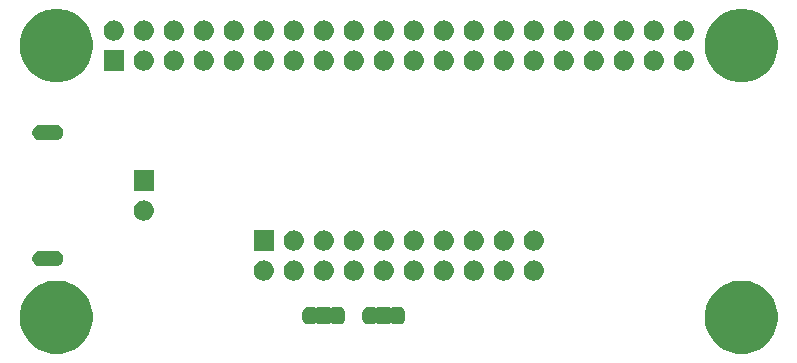
<source format=gbr>
G04 #@! TF.GenerationSoftware,KiCad,Pcbnew,5.0.2-bee76a0~70~ubuntu18.04.1*
G04 #@! TF.CreationDate,2019-03-24T23:52:30-04:00*
G04 #@! TF.ProjectId,rpi-rgb-led-matrix-zero,7270692d-7267-4622-9d6c-65642d6d6174,rev?*
G04 #@! TF.SameCoordinates,Original*
G04 #@! TF.FileFunction,Soldermask,Bot*
G04 #@! TF.FilePolarity,Negative*
%FSLAX46Y46*%
G04 Gerber Fmt 4.6, Leading zero omitted, Abs format (unit mm)*
G04 Created by KiCad (PCBNEW 5.0.2-bee76a0~70~ubuntu18.04.1) date Sun 24 Mar 2019 23:52:30 EDT*
%MOMM*%
%LPD*%
G01*
G04 APERTURE LIST*
%ADD10C,0.100000*%
G04 APERTURE END LIST*
D10*
G36*
X53834599Y-18709421D02*
X54034237Y-18749131D01*
X54598401Y-18982815D01*
X55106135Y-19322072D01*
X55537928Y-19753865D01*
X55877185Y-20261599D01*
X56110869Y-20825763D01*
X56114180Y-20842408D01*
X56230000Y-21424675D01*
X56230000Y-22035325D01*
X56174035Y-22316678D01*
X56110869Y-22634237D01*
X55877185Y-23198401D01*
X55537928Y-23706135D01*
X55106135Y-24137928D01*
X54598401Y-24477185D01*
X54034237Y-24710869D01*
X53834599Y-24750579D01*
X53435325Y-24830000D01*
X52824675Y-24830000D01*
X52425401Y-24750579D01*
X52225763Y-24710869D01*
X51661599Y-24477185D01*
X51153865Y-24137928D01*
X50722072Y-23706135D01*
X50382815Y-23198401D01*
X50149131Y-22634237D01*
X50085965Y-22316678D01*
X50030000Y-22035325D01*
X50030000Y-21424675D01*
X50145820Y-20842408D01*
X50149131Y-20825763D01*
X50382815Y-20261599D01*
X50722072Y-19753865D01*
X51153865Y-19322072D01*
X51661599Y-18982815D01*
X52225763Y-18749131D01*
X52425401Y-18709421D01*
X52824675Y-18630000D01*
X53435325Y-18630000D01*
X53834599Y-18709421D01*
X53834599Y-18709421D01*
G37*
G36*
X-4165401Y-18709421D02*
X-3965763Y-18749131D01*
X-3401599Y-18982815D01*
X-2893865Y-19322072D01*
X-2462072Y-19753865D01*
X-2122815Y-20261599D01*
X-1889131Y-20825763D01*
X-1885820Y-20842408D01*
X-1770000Y-21424675D01*
X-1770000Y-22035325D01*
X-1825965Y-22316678D01*
X-1889131Y-22634237D01*
X-2122815Y-23198401D01*
X-2462072Y-23706135D01*
X-2893865Y-24137928D01*
X-3401599Y-24477185D01*
X-3965763Y-24710869D01*
X-4165401Y-24750579D01*
X-4564675Y-24830000D01*
X-5175325Y-24830000D01*
X-5574599Y-24750579D01*
X-5774237Y-24710869D01*
X-6338401Y-24477185D01*
X-6846135Y-24137928D01*
X-7277928Y-23706135D01*
X-7617185Y-23198401D01*
X-7850869Y-22634237D01*
X-7914035Y-22316678D01*
X-7970000Y-22035325D01*
X-7970000Y-21424675D01*
X-7854180Y-20842408D01*
X-7850869Y-20825763D01*
X-7617185Y-20261599D01*
X-7277928Y-19753865D01*
X-6846135Y-19322072D01*
X-6338401Y-18982815D01*
X-5774237Y-18749131D01*
X-5574599Y-18709421D01*
X-5175325Y-18630000D01*
X-4564675Y-18630000D01*
X-4165401Y-18709421D01*
X-4165401Y-18709421D01*
G37*
G36*
X22109999Y-20839999D02*
X22109998Y-20839999D01*
X22110000Y-20840000D01*
X22110001Y-20840001D01*
X22110602Y-20846106D01*
X22115382Y-20870140D01*
X22124759Y-20892779D01*
X22138372Y-20913154D01*
X22155699Y-20930481D01*
X22176074Y-20944095D01*
X22198712Y-20953473D01*
X22222746Y-20958254D01*
X22247250Y-20958254D01*
X22271284Y-20953474D01*
X22293923Y-20944097D01*
X22314298Y-20930484D01*
X22331625Y-20913157D01*
X22345239Y-20892782D01*
X22354617Y-20870144D01*
X22359398Y-20846110D01*
X22359698Y-20840000D01*
X23360605Y-20840000D01*
X23362402Y-20858242D01*
X23369515Y-20881691D01*
X23381066Y-20903302D01*
X23396612Y-20922244D01*
X23415554Y-20937790D01*
X23437165Y-20949341D01*
X23460614Y-20956454D01*
X23485000Y-20958856D01*
X23509386Y-20956454D01*
X23532835Y-20949341D01*
X23554446Y-20937790D01*
X23573388Y-20922244D01*
X23588934Y-20903302D01*
X23600485Y-20881691D01*
X23607598Y-20858242D01*
X23609398Y-20846106D01*
X23609999Y-20840001D01*
X23610000Y-20840000D01*
X23610002Y-20839999D01*
X23610001Y-20839999D01*
X23616137Y-20839395D01*
X24153863Y-20839395D01*
X24172203Y-20841201D01*
X24184453Y-20841803D01*
X24202872Y-20841803D01*
X24215150Y-20843012D01*
X24299232Y-20859737D01*
X24311048Y-20863322D01*
X24390255Y-20896130D01*
X24401140Y-20901947D01*
X24472425Y-20949579D01*
X24481973Y-20957415D01*
X24542585Y-21018027D01*
X24550421Y-21027575D01*
X24598053Y-21098860D01*
X24603870Y-21109745D01*
X24636678Y-21188952D01*
X24640263Y-21200768D01*
X24656988Y-21284850D01*
X24658197Y-21297128D01*
X24658197Y-21315547D01*
X24658799Y-21327797D01*
X24660605Y-21346137D01*
X24660605Y-21833863D01*
X24658799Y-21852203D01*
X24658197Y-21864453D01*
X24658197Y-21882872D01*
X24656988Y-21895150D01*
X24640263Y-21979232D01*
X24636678Y-21991048D01*
X24603870Y-22070255D01*
X24598053Y-22081140D01*
X24550421Y-22152425D01*
X24542585Y-22161973D01*
X24481973Y-22222585D01*
X24472425Y-22230421D01*
X24401140Y-22278053D01*
X24390255Y-22283870D01*
X24311048Y-22316678D01*
X24299232Y-22320263D01*
X24215150Y-22336988D01*
X24202872Y-22338197D01*
X24184453Y-22338197D01*
X24172203Y-22338799D01*
X24153863Y-22340605D01*
X23616137Y-22340605D01*
X23610001Y-22340001D01*
X23609999Y-22339999D01*
X23609398Y-22333894D01*
X23604618Y-22309860D01*
X23595241Y-22287221D01*
X23581628Y-22266846D01*
X23564301Y-22249519D01*
X23543926Y-22235905D01*
X23521288Y-22226527D01*
X23497254Y-22221746D01*
X23472750Y-22221746D01*
X23448716Y-22226526D01*
X23426077Y-22235903D01*
X23405702Y-22249516D01*
X23388375Y-22266843D01*
X23374761Y-22287218D01*
X23365383Y-22309856D01*
X23360602Y-22333890D01*
X23360302Y-22340000D01*
X22359395Y-22340000D01*
X22357598Y-22321758D01*
X22350485Y-22298309D01*
X22338934Y-22276698D01*
X22323388Y-22257756D01*
X22304446Y-22242210D01*
X22282835Y-22230659D01*
X22259386Y-22223546D01*
X22235000Y-22221144D01*
X22210614Y-22223546D01*
X22187165Y-22230659D01*
X22165554Y-22242210D01*
X22146612Y-22257756D01*
X22131066Y-22276698D01*
X22119515Y-22298309D01*
X22112402Y-22321758D01*
X22110602Y-22333894D01*
X22110001Y-22339999D01*
X22109999Y-22340001D01*
X22103863Y-22340605D01*
X21566137Y-22340605D01*
X21547797Y-22338799D01*
X21535547Y-22338197D01*
X21517128Y-22338197D01*
X21504850Y-22336988D01*
X21420768Y-22320263D01*
X21408952Y-22316678D01*
X21329745Y-22283870D01*
X21318860Y-22278053D01*
X21247575Y-22230421D01*
X21238027Y-22222585D01*
X21177415Y-22161973D01*
X21169579Y-22152425D01*
X21121947Y-22081140D01*
X21116130Y-22070255D01*
X21083322Y-21991048D01*
X21079737Y-21979232D01*
X21063012Y-21895150D01*
X21061803Y-21882872D01*
X21061803Y-21864453D01*
X21061201Y-21852203D01*
X21059395Y-21833863D01*
X21059395Y-21346137D01*
X21061201Y-21327797D01*
X21061803Y-21315547D01*
X21061803Y-21297128D01*
X21063012Y-21284850D01*
X21079737Y-21200768D01*
X21083322Y-21188952D01*
X21116130Y-21109745D01*
X21121947Y-21098860D01*
X21169579Y-21027575D01*
X21177415Y-21018027D01*
X21238027Y-20957415D01*
X21247575Y-20949579D01*
X21318860Y-20901947D01*
X21329745Y-20896130D01*
X21408952Y-20863322D01*
X21420768Y-20859737D01*
X21504850Y-20843012D01*
X21517128Y-20841803D01*
X21535547Y-20841803D01*
X21547797Y-20841201D01*
X21566137Y-20839395D01*
X22103863Y-20839395D01*
X22109999Y-20839999D01*
X22109999Y-20839999D01*
G37*
G36*
X17029999Y-20839999D02*
X17029998Y-20839999D01*
X17030000Y-20840000D01*
X17030001Y-20840001D01*
X17030602Y-20846106D01*
X17035382Y-20870140D01*
X17044759Y-20892779D01*
X17058372Y-20913154D01*
X17075699Y-20930481D01*
X17096074Y-20944095D01*
X17118712Y-20953473D01*
X17142746Y-20958254D01*
X17167250Y-20958254D01*
X17191284Y-20953474D01*
X17213923Y-20944097D01*
X17234298Y-20930484D01*
X17251625Y-20913157D01*
X17265239Y-20892782D01*
X17274617Y-20870144D01*
X17279398Y-20846110D01*
X17279698Y-20840000D01*
X18280605Y-20840000D01*
X18282402Y-20858242D01*
X18289515Y-20881691D01*
X18301066Y-20903302D01*
X18316612Y-20922244D01*
X18335554Y-20937790D01*
X18357165Y-20949341D01*
X18380614Y-20956454D01*
X18405000Y-20958856D01*
X18429386Y-20956454D01*
X18452835Y-20949341D01*
X18474446Y-20937790D01*
X18493388Y-20922244D01*
X18508934Y-20903302D01*
X18520485Y-20881691D01*
X18527598Y-20858242D01*
X18529398Y-20846106D01*
X18529999Y-20840001D01*
X18530001Y-20839999D01*
X18536137Y-20839395D01*
X19073863Y-20839395D01*
X19092203Y-20841201D01*
X19104453Y-20841803D01*
X19122872Y-20841803D01*
X19135150Y-20843012D01*
X19219232Y-20859737D01*
X19231048Y-20863322D01*
X19310255Y-20896130D01*
X19321140Y-20901947D01*
X19392425Y-20949579D01*
X19401973Y-20957415D01*
X19462585Y-21018027D01*
X19470421Y-21027575D01*
X19518053Y-21098860D01*
X19523870Y-21109745D01*
X19556678Y-21188952D01*
X19560263Y-21200768D01*
X19576988Y-21284850D01*
X19578197Y-21297128D01*
X19578197Y-21315547D01*
X19578799Y-21327797D01*
X19580605Y-21346137D01*
X19580605Y-21833863D01*
X19578799Y-21852203D01*
X19578197Y-21864453D01*
X19578197Y-21882872D01*
X19576988Y-21895150D01*
X19560263Y-21979232D01*
X19556678Y-21991048D01*
X19523870Y-22070255D01*
X19518053Y-22081140D01*
X19470421Y-22152425D01*
X19462585Y-22161973D01*
X19401973Y-22222585D01*
X19392425Y-22230421D01*
X19321140Y-22278053D01*
X19310255Y-22283870D01*
X19231048Y-22316678D01*
X19219232Y-22320263D01*
X19135150Y-22336988D01*
X19122872Y-22338197D01*
X19104453Y-22338197D01*
X19092203Y-22338799D01*
X19073863Y-22340605D01*
X18536137Y-22340605D01*
X18530001Y-22340001D01*
X18529999Y-22339999D01*
X18529398Y-22333894D01*
X18524618Y-22309860D01*
X18515241Y-22287221D01*
X18501628Y-22266846D01*
X18484301Y-22249519D01*
X18463926Y-22235905D01*
X18441288Y-22226527D01*
X18417254Y-22221746D01*
X18392750Y-22221746D01*
X18368716Y-22226526D01*
X18346077Y-22235903D01*
X18325702Y-22249516D01*
X18308375Y-22266843D01*
X18294761Y-22287218D01*
X18285383Y-22309856D01*
X18280602Y-22333890D01*
X18280302Y-22340000D01*
X17279395Y-22340000D01*
X17277598Y-22321758D01*
X17270485Y-22298309D01*
X17258934Y-22276698D01*
X17243388Y-22257756D01*
X17224446Y-22242210D01*
X17202835Y-22230659D01*
X17179386Y-22223546D01*
X17155000Y-22221144D01*
X17130614Y-22223546D01*
X17107165Y-22230659D01*
X17085554Y-22242210D01*
X17066612Y-22257756D01*
X17051066Y-22276698D01*
X17039515Y-22298309D01*
X17032402Y-22321758D01*
X17030602Y-22333894D01*
X17030001Y-22339999D01*
X17029999Y-22340001D01*
X17023863Y-22340605D01*
X16486137Y-22340605D01*
X16467797Y-22338799D01*
X16455547Y-22338197D01*
X16437128Y-22338197D01*
X16424850Y-22336988D01*
X16340768Y-22320263D01*
X16328952Y-22316678D01*
X16249745Y-22283870D01*
X16238860Y-22278053D01*
X16167575Y-22230421D01*
X16158027Y-22222585D01*
X16097415Y-22161973D01*
X16089579Y-22152425D01*
X16041947Y-22081140D01*
X16036130Y-22070255D01*
X16003322Y-21991048D01*
X15999737Y-21979232D01*
X15983012Y-21895150D01*
X15981803Y-21882872D01*
X15981803Y-21864453D01*
X15981201Y-21852203D01*
X15979395Y-21833863D01*
X15979395Y-21346137D01*
X15981201Y-21327797D01*
X15981803Y-21315547D01*
X15981803Y-21297128D01*
X15983012Y-21284850D01*
X15999737Y-21200768D01*
X16003322Y-21188952D01*
X16036130Y-21109745D01*
X16041947Y-21098860D01*
X16089579Y-21027575D01*
X16097415Y-21018027D01*
X16158027Y-20957415D01*
X16167575Y-20949579D01*
X16238860Y-20901947D01*
X16249745Y-20896130D01*
X16328952Y-20863322D01*
X16340768Y-20859737D01*
X16424850Y-20843012D01*
X16437128Y-20841803D01*
X16455547Y-20841803D01*
X16467797Y-20841201D01*
X16486137Y-20839395D01*
X17023863Y-20839395D01*
X17029999Y-20839999D01*
X17029999Y-20839999D01*
G37*
G36*
X33186630Y-16942299D02*
X33346855Y-16990903D01*
X33494520Y-17069831D01*
X33623949Y-17176051D01*
X33730169Y-17305480D01*
X33809097Y-17453145D01*
X33857701Y-17613370D01*
X33874112Y-17780000D01*
X33857701Y-17946630D01*
X33809097Y-18106855D01*
X33730169Y-18254520D01*
X33623949Y-18383949D01*
X33494520Y-18490169D01*
X33346855Y-18569097D01*
X33186630Y-18617701D01*
X33061752Y-18630000D01*
X32978248Y-18630000D01*
X32853370Y-18617701D01*
X32693145Y-18569097D01*
X32545480Y-18490169D01*
X32416051Y-18383949D01*
X32309831Y-18254520D01*
X32230903Y-18106855D01*
X32182299Y-17946630D01*
X32165888Y-17780000D01*
X32182299Y-17613370D01*
X32230903Y-17453145D01*
X32309831Y-17305480D01*
X32416051Y-17176051D01*
X32545480Y-17069831D01*
X32693145Y-16990903D01*
X32853370Y-16942299D01*
X32978248Y-16930000D01*
X33061752Y-16930000D01*
X33186630Y-16942299D01*
X33186630Y-16942299D01*
G37*
G36*
X12866630Y-16942299D02*
X13026855Y-16990903D01*
X13174520Y-17069831D01*
X13303949Y-17176051D01*
X13410169Y-17305480D01*
X13489097Y-17453145D01*
X13537701Y-17613370D01*
X13554112Y-17780000D01*
X13537701Y-17946630D01*
X13489097Y-18106855D01*
X13410169Y-18254520D01*
X13303949Y-18383949D01*
X13174520Y-18490169D01*
X13026855Y-18569097D01*
X12866630Y-18617701D01*
X12741752Y-18630000D01*
X12658248Y-18630000D01*
X12533370Y-18617701D01*
X12373145Y-18569097D01*
X12225480Y-18490169D01*
X12096051Y-18383949D01*
X11989831Y-18254520D01*
X11910903Y-18106855D01*
X11862299Y-17946630D01*
X11845888Y-17780000D01*
X11862299Y-17613370D01*
X11910903Y-17453145D01*
X11989831Y-17305480D01*
X12096051Y-17176051D01*
X12225480Y-17069831D01*
X12373145Y-16990903D01*
X12533370Y-16942299D01*
X12658248Y-16930000D01*
X12741752Y-16930000D01*
X12866630Y-16942299D01*
X12866630Y-16942299D01*
G37*
G36*
X15406630Y-16942299D02*
X15566855Y-16990903D01*
X15714520Y-17069831D01*
X15843949Y-17176051D01*
X15950169Y-17305480D01*
X16029097Y-17453145D01*
X16077701Y-17613370D01*
X16094112Y-17780000D01*
X16077701Y-17946630D01*
X16029097Y-18106855D01*
X15950169Y-18254520D01*
X15843949Y-18383949D01*
X15714520Y-18490169D01*
X15566855Y-18569097D01*
X15406630Y-18617701D01*
X15281752Y-18630000D01*
X15198248Y-18630000D01*
X15073370Y-18617701D01*
X14913145Y-18569097D01*
X14765480Y-18490169D01*
X14636051Y-18383949D01*
X14529831Y-18254520D01*
X14450903Y-18106855D01*
X14402299Y-17946630D01*
X14385888Y-17780000D01*
X14402299Y-17613370D01*
X14450903Y-17453145D01*
X14529831Y-17305480D01*
X14636051Y-17176051D01*
X14765480Y-17069831D01*
X14913145Y-16990903D01*
X15073370Y-16942299D01*
X15198248Y-16930000D01*
X15281752Y-16930000D01*
X15406630Y-16942299D01*
X15406630Y-16942299D01*
G37*
G36*
X17946630Y-16942299D02*
X18106855Y-16990903D01*
X18254520Y-17069831D01*
X18383949Y-17176051D01*
X18490169Y-17305480D01*
X18569097Y-17453145D01*
X18617701Y-17613370D01*
X18634112Y-17780000D01*
X18617701Y-17946630D01*
X18569097Y-18106855D01*
X18490169Y-18254520D01*
X18383949Y-18383949D01*
X18254520Y-18490169D01*
X18106855Y-18569097D01*
X17946630Y-18617701D01*
X17821752Y-18630000D01*
X17738248Y-18630000D01*
X17613370Y-18617701D01*
X17453145Y-18569097D01*
X17305480Y-18490169D01*
X17176051Y-18383949D01*
X17069831Y-18254520D01*
X16990903Y-18106855D01*
X16942299Y-17946630D01*
X16925888Y-17780000D01*
X16942299Y-17613370D01*
X16990903Y-17453145D01*
X17069831Y-17305480D01*
X17176051Y-17176051D01*
X17305480Y-17069831D01*
X17453145Y-16990903D01*
X17613370Y-16942299D01*
X17738248Y-16930000D01*
X17821752Y-16930000D01*
X17946630Y-16942299D01*
X17946630Y-16942299D01*
G37*
G36*
X20486630Y-16942299D02*
X20646855Y-16990903D01*
X20794520Y-17069831D01*
X20923949Y-17176051D01*
X21030169Y-17305480D01*
X21109097Y-17453145D01*
X21157701Y-17613370D01*
X21174112Y-17780000D01*
X21157701Y-17946630D01*
X21109097Y-18106855D01*
X21030169Y-18254520D01*
X20923949Y-18383949D01*
X20794520Y-18490169D01*
X20646855Y-18569097D01*
X20486630Y-18617701D01*
X20361752Y-18630000D01*
X20278248Y-18630000D01*
X20153370Y-18617701D01*
X19993145Y-18569097D01*
X19845480Y-18490169D01*
X19716051Y-18383949D01*
X19609831Y-18254520D01*
X19530903Y-18106855D01*
X19482299Y-17946630D01*
X19465888Y-17780000D01*
X19482299Y-17613370D01*
X19530903Y-17453145D01*
X19609831Y-17305480D01*
X19716051Y-17176051D01*
X19845480Y-17069831D01*
X19993145Y-16990903D01*
X20153370Y-16942299D01*
X20278248Y-16930000D01*
X20361752Y-16930000D01*
X20486630Y-16942299D01*
X20486630Y-16942299D01*
G37*
G36*
X23026630Y-16942299D02*
X23186855Y-16990903D01*
X23334520Y-17069831D01*
X23463949Y-17176051D01*
X23570169Y-17305480D01*
X23649097Y-17453145D01*
X23697701Y-17613370D01*
X23714112Y-17780000D01*
X23697701Y-17946630D01*
X23649097Y-18106855D01*
X23570169Y-18254520D01*
X23463949Y-18383949D01*
X23334520Y-18490169D01*
X23186855Y-18569097D01*
X23026630Y-18617701D01*
X22901752Y-18630000D01*
X22818248Y-18630000D01*
X22693370Y-18617701D01*
X22533145Y-18569097D01*
X22385480Y-18490169D01*
X22256051Y-18383949D01*
X22149831Y-18254520D01*
X22070903Y-18106855D01*
X22022299Y-17946630D01*
X22005888Y-17780000D01*
X22022299Y-17613370D01*
X22070903Y-17453145D01*
X22149831Y-17305480D01*
X22256051Y-17176051D01*
X22385480Y-17069831D01*
X22533145Y-16990903D01*
X22693370Y-16942299D01*
X22818248Y-16930000D01*
X22901752Y-16930000D01*
X23026630Y-16942299D01*
X23026630Y-16942299D01*
G37*
G36*
X25566630Y-16942299D02*
X25726855Y-16990903D01*
X25874520Y-17069831D01*
X26003949Y-17176051D01*
X26110169Y-17305480D01*
X26189097Y-17453145D01*
X26237701Y-17613370D01*
X26254112Y-17780000D01*
X26237701Y-17946630D01*
X26189097Y-18106855D01*
X26110169Y-18254520D01*
X26003949Y-18383949D01*
X25874520Y-18490169D01*
X25726855Y-18569097D01*
X25566630Y-18617701D01*
X25441752Y-18630000D01*
X25358248Y-18630000D01*
X25233370Y-18617701D01*
X25073145Y-18569097D01*
X24925480Y-18490169D01*
X24796051Y-18383949D01*
X24689831Y-18254520D01*
X24610903Y-18106855D01*
X24562299Y-17946630D01*
X24545888Y-17780000D01*
X24562299Y-17613370D01*
X24610903Y-17453145D01*
X24689831Y-17305480D01*
X24796051Y-17176051D01*
X24925480Y-17069831D01*
X25073145Y-16990903D01*
X25233370Y-16942299D01*
X25358248Y-16930000D01*
X25441752Y-16930000D01*
X25566630Y-16942299D01*
X25566630Y-16942299D01*
G37*
G36*
X30646630Y-16942299D02*
X30806855Y-16990903D01*
X30954520Y-17069831D01*
X31083949Y-17176051D01*
X31190169Y-17305480D01*
X31269097Y-17453145D01*
X31317701Y-17613370D01*
X31334112Y-17780000D01*
X31317701Y-17946630D01*
X31269097Y-18106855D01*
X31190169Y-18254520D01*
X31083949Y-18383949D01*
X30954520Y-18490169D01*
X30806855Y-18569097D01*
X30646630Y-18617701D01*
X30521752Y-18630000D01*
X30438248Y-18630000D01*
X30313370Y-18617701D01*
X30153145Y-18569097D01*
X30005480Y-18490169D01*
X29876051Y-18383949D01*
X29769831Y-18254520D01*
X29690903Y-18106855D01*
X29642299Y-17946630D01*
X29625888Y-17780000D01*
X29642299Y-17613370D01*
X29690903Y-17453145D01*
X29769831Y-17305480D01*
X29876051Y-17176051D01*
X30005480Y-17069831D01*
X30153145Y-16990903D01*
X30313370Y-16942299D01*
X30438248Y-16930000D01*
X30521752Y-16930000D01*
X30646630Y-16942299D01*
X30646630Y-16942299D01*
G37*
G36*
X28106630Y-16942299D02*
X28266855Y-16990903D01*
X28414520Y-17069831D01*
X28543949Y-17176051D01*
X28650169Y-17305480D01*
X28729097Y-17453145D01*
X28777701Y-17613370D01*
X28794112Y-17780000D01*
X28777701Y-17946630D01*
X28729097Y-18106855D01*
X28650169Y-18254520D01*
X28543949Y-18383949D01*
X28414520Y-18490169D01*
X28266855Y-18569097D01*
X28106630Y-18617701D01*
X27981752Y-18630000D01*
X27898248Y-18630000D01*
X27773370Y-18617701D01*
X27613145Y-18569097D01*
X27465480Y-18490169D01*
X27336051Y-18383949D01*
X27229831Y-18254520D01*
X27150903Y-18106855D01*
X27102299Y-17946630D01*
X27085888Y-17780000D01*
X27102299Y-17613370D01*
X27150903Y-17453145D01*
X27229831Y-17305480D01*
X27336051Y-17176051D01*
X27465480Y-17069831D01*
X27613145Y-16990903D01*
X27773370Y-16942299D01*
X27898248Y-16930000D01*
X27981752Y-16930000D01*
X28106630Y-16942299D01*
X28106630Y-16942299D01*
G37*
G36*
X35726630Y-16942299D02*
X35886855Y-16990903D01*
X36034520Y-17069831D01*
X36163949Y-17176051D01*
X36270169Y-17305480D01*
X36349097Y-17453145D01*
X36397701Y-17613370D01*
X36414112Y-17780000D01*
X36397701Y-17946630D01*
X36349097Y-18106855D01*
X36270169Y-18254520D01*
X36163949Y-18383949D01*
X36034520Y-18490169D01*
X35886855Y-18569097D01*
X35726630Y-18617701D01*
X35601752Y-18630000D01*
X35518248Y-18630000D01*
X35393370Y-18617701D01*
X35233145Y-18569097D01*
X35085480Y-18490169D01*
X34956051Y-18383949D01*
X34849831Y-18254520D01*
X34770903Y-18106855D01*
X34722299Y-17946630D01*
X34705888Y-17780000D01*
X34722299Y-17613370D01*
X34770903Y-17453145D01*
X34849831Y-17305480D01*
X34956051Y-17176051D01*
X35085480Y-17069831D01*
X35233145Y-16990903D01*
X35393370Y-16942299D01*
X35518248Y-16930000D01*
X35601752Y-16930000D01*
X35726630Y-16942299D01*
X35726630Y-16942299D01*
G37*
G36*
X-4822514Y-16122229D02*
X-4810577Y-16123405D01*
X-4749315Y-16141989D01*
X-4688052Y-16160573D01*
X-4575132Y-16220930D01*
X-4476157Y-16302157D01*
X-4394930Y-16401132D01*
X-4334573Y-16514052D01*
X-4297405Y-16636578D01*
X-4284855Y-16764000D01*
X-4296280Y-16879998D01*
X-4297405Y-16891423D01*
X-4312838Y-16942299D01*
X-4334573Y-17013948D01*
X-4394930Y-17126868D01*
X-4476157Y-17225843D01*
X-4575132Y-17307070D01*
X-4688052Y-17367427D01*
X-4749315Y-17386011D01*
X-4810577Y-17404595D01*
X-4822514Y-17405771D01*
X-4906068Y-17414000D01*
X-6269932Y-17414000D01*
X-6353486Y-17405771D01*
X-6365423Y-17404595D01*
X-6426685Y-17386011D01*
X-6487948Y-17367427D01*
X-6600868Y-17307070D01*
X-6699843Y-17225843D01*
X-6781070Y-17126868D01*
X-6841427Y-17013948D01*
X-6863162Y-16942299D01*
X-6878595Y-16891423D01*
X-6879720Y-16879998D01*
X-6891145Y-16764000D01*
X-6878595Y-16636578D01*
X-6841427Y-16514052D01*
X-6781070Y-16401132D01*
X-6699843Y-16302157D01*
X-6600868Y-16220930D01*
X-6487948Y-16160573D01*
X-6426685Y-16141989D01*
X-6365423Y-16123405D01*
X-6353486Y-16122229D01*
X-6269932Y-16114000D01*
X-4906068Y-16114000D01*
X-4822514Y-16122229D01*
X-4822514Y-16122229D01*
G37*
G36*
X33186630Y-14402299D02*
X33346855Y-14450903D01*
X33494520Y-14529831D01*
X33623949Y-14636051D01*
X33730169Y-14765480D01*
X33809097Y-14913145D01*
X33857701Y-15073370D01*
X33874112Y-15240000D01*
X33857701Y-15406630D01*
X33809097Y-15566855D01*
X33730169Y-15714520D01*
X33623949Y-15843949D01*
X33494520Y-15950169D01*
X33346855Y-16029097D01*
X33186630Y-16077701D01*
X33061752Y-16090000D01*
X32978248Y-16090000D01*
X32853370Y-16077701D01*
X32693145Y-16029097D01*
X32545480Y-15950169D01*
X32416051Y-15843949D01*
X32309831Y-15714520D01*
X32230903Y-15566855D01*
X32182299Y-15406630D01*
X32165888Y-15240000D01*
X32182299Y-15073370D01*
X32230903Y-14913145D01*
X32309831Y-14765480D01*
X32416051Y-14636051D01*
X32545480Y-14529831D01*
X32693145Y-14450903D01*
X32853370Y-14402299D01*
X32978248Y-14390000D01*
X33061752Y-14390000D01*
X33186630Y-14402299D01*
X33186630Y-14402299D01*
G37*
G36*
X13550000Y-16090000D02*
X11850000Y-16090000D01*
X11850000Y-14390000D01*
X13550000Y-14390000D01*
X13550000Y-16090000D01*
X13550000Y-16090000D01*
G37*
G36*
X35726630Y-14402299D02*
X35886855Y-14450903D01*
X36034520Y-14529831D01*
X36163949Y-14636051D01*
X36270169Y-14765480D01*
X36349097Y-14913145D01*
X36397701Y-15073370D01*
X36414112Y-15240000D01*
X36397701Y-15406630D01*
X36349097Y-15566855D01*
X36270169Y-15714520D01*
X36163949Y-15843949D01*
X36034520Y-15950169D01*
X35886855Y-16029097D01*
X35726630Y-16077701D01*
X35601752Y-16090000D01*
X35518248Y-16090000D01*
X35393370Y-16077701D01*
X35233145Y-16029097D01*
X35085480Y-15950169D01*
X34956051Y-15843949D01*
X34849831Y-15714520D01*
X34770903Y-15566855D01*
X34722299Y-15406630D01*
X34705888Y-15240000D01*
X34722299Y-15073370D01*
X34770903Y-14913145D01*
X34849831Y-14765480D01*
X34956051Y-14636051D01*
X35085480Y-14529831D01*
X35233145Y-14450903D01*
X35393370Y-14402299D01*
X35518248Y-14390000D01*
X35601752Y-14390000D01*
X35726630Y-14402299D01*
X35726630Y-14402299D01*
G37*
G36*
X15406630Y-14402299D02*
X15566855Y-14450903D01*
X15714520Y-14529831D01*
X15843949Y-14636051D01*
X15950169Y-14765480D01*
X16029097Y-14913145D01*
X16077701Y-15073370D01*
X16094112Y-15240000D01*
X16077701Y-15406630D01*
X16029097Y-15566855D01*
X15950169Y-15714520D01*
X15843949Y-15843949D01*
X15714520Y-15950169D01*
X15566855Y-16029097D01*
X15406630Y-16077701D01*
X15281752Y-16090000D01*
X15198248Y-16090000D01*
X15073370Y-16077701D01*
X14913145Y-16029097D01*
X14765480Y-15950169D01*
X14636051Y-15843949D01*
X14529831Y-15714520D01*
X14450903Y-15566855D01*
X14402299Y-15406630D01*
X14385888Y-15240000D01*
X14402299Y-15073370D01*
X14450903Y-14913145D01*
X14529831Y-14765480D01*
X14636051Y-14636051D01*
X14765480Y-14529831D01*
X14913145Y-14450903D01*
X15073370Y-14402299D01*
X15198248Y-14390000D01*
X15281752Y-14390000D01*
X15406630Y-14402299D01*
X15406630Y-14402299D01*
G37*
G36*
X17946630Y-14402299D02*
X18106855Y-14450903D01*
X18254520Y-14529831D01*
X18383949Y-14636051D01*
X18490169Y-14765480D01*
X18569097Y-14913145D01*
X18617701Y-15073370D01*
X18634112Y-15240000D01*
X18617701Y-15406630D01*
X18569097Y-15566855D01*
X18490169Y-15714520D01*
X18383949Y-15843949D01*
X18254520Y-15950169D01*
X18106855Y-16029097D01*
X17946630Y-16077701D01*
X17821752Y-16090000D01*
X17738248Y-16090000D01*
X17613370Y-16077701D01*
X17453145Y-16029097D01*
X17305480Y-15950169D01*
X17176051Y-15843949D01*
X17069831Y-15714520D01*
X16990903Y-15566855D01*
X16942299Y-15406630D01*
X16925888Y-15240000D01*
X16942299Y-15073370D01*
X16990903Y-14913145D01*
X17069831Y-14765480D01*
X17176051Y-14636051D01*
X17305480Y-14529831D01*
X17453145Y-14450903D01*
X17613370Y-14402299D01*
X17738248Y-14390000D01*
X17821752Y-14390000D01*
X17946630Y-14402299D01*
X17946630Y-14402299D01*
G37*
G36*
X20486630Y-14402299D02*
X20646855Y-14450903D01*
X20794520Y-14529831D01*
X20923949Y-14636051D01*
X21030169Y-14765480D01*
X21109097Y-14913145D01*
X21157701Y-15073370D01*
X21174112Y-15240000D01*
X21157701Y-15406630D01*
X21109097Y-15566855D01*
X21030169Y-15714520D01*
X20923949Y-15843949D01*
X20794520Y-15950169D01*
X20646855Y-16029097D01*
X20486630Y-16077701D01*
X20361752Y-16090000D01*
X20278248Y-16090000D01*
X20153370Y-16077701D01*
X19993145Y-16029097D01*
X19845480Y-15950169D01*
X19716051Y-15843949D01*
X19609831Y-15714520D01*
X19530903Y-15566855D01*
X19482299Y-15406630D01*
X19465888Y-15240000D01*
X19482299Y-15073370D01*
X19530903Y-14913145D01*
X19609831Y-14765480D01*
X19716051Y-14636051D01*
X19845480Y-14529831D01*
X19993145Y-14450903D01*
X20153370Y-14402299D01*
X20278248Y-14390000D01*
X20361752Y-14390000D01*
X20486630Y-14402299D01*
X20486630Y-14402299D01*
G37*
G36*
X28106630Y-14402299D02*
X28266855Y-14450903D01*
X28414520Y-14529831D01*
X28543949Y-14636051D01*
X28650169Y-14765480D01*
X28729097Y-14913145D01*
X28777701Y-15073370D01*
X28794112Y-15240000D01*
X28777701Y-15406630D01*
X28729097Y-15566855D01*
X28650169Y-15714520D01*
X28543949Y-15843949D01*
X28414520Y-15950169D01*
X28266855Y-16029097D01*
X28106630Y-16077701D01*
X27981752Y-16090000D01*
X27898248Y-16090000D01*
X27773370Y-16077701D01*
X27613145Y-16029097D01*
X27465480Y-15950169D01*
X27336051Y-15843949D01*
X27229831Y-15714520D01*
X27150903Y-15566855D01*
X27102299Y-15406630D01*
X27085888Y-15240000D01*
X27102299Y-15073370D01*
X27150903Y-14913145D01*
X27229831Y-14765480D01*
X27336051Y-14636051D01*
X27465480Y-14529831D01*
X27613145Y-14450903D01*
X27773370Y-14402299D01*
X27898248Y-14390000D01*
X27981752Y-14390000D01*
X28106630Y-14402299D01*
X28106630Y-14402299D01*
G37*
G36*
X23026630Y-14402299D02*
X23186855Y-14450903D01*
X23334520Y-14529831D01*
X23463949Y-14636051D01*
X23570169Y-14765480D01*
X23649097Y-14913145D01*
X23697701Y-15073370D01*
X23714112Y-15240000D01*
X23697701Y-15406630D01*
X23649097Y-15566855D01*
X23570169Y-15714520D01*
X23463949Y-15843949D01*
X23334520Y-15950169D01*
X23186855Y-16029097D01*
X23026630Y-16077701D01*
X22901752Y-16090000D01*
X22818248Y-16090000D01*
X22693370Y-16077701D01*
X22533145Y-16029097D01*
X22385480Y-15950169D01*
X22256051Y-15843949D01*
X22149831Y-15714520D01*
X22070903Y-15566855D01*
X22022299Y-15406630D01*
X22005888Y-15240000D01*
X22022299Y-15073370D01*
X22070903Y-14913145D01*
X22149831Y-14765480D01*
X22256051Y-14636051D01*
X22385480Y-14529831D01*
X22533145Y-14450903D01*
X22693370Y-14402299D01*
X22818248Y-14390000D01*
X22901752Y-14390000D01*
X23026630Y-14402299D01*
X23026630Y-14402299D01*
G37*
G36*
X30646630Y-14402299D02*
X30806855Y-14450903D01*
X30954520Y-14529831D01*
X31083949Y-14636051D01*
X31190169Y-14765480D01*
X31269097Y-14913145D01*
X31317701Y-15073370D01*
X31334112Y-15240000D01*
X31317701Y-15406630D01*
X31269097Y-15566855D01*
X31190169Y-15714520D01*
X31083949Y-15843949D01*
X30954520Y-15950169D01*
X30806855Y-16029097D01*
X30646630Y-16077701D01*
X30521752Y-16090000D01*
X30438248Y-16090000D01*
X30313370Y-16077701D01*
X30153145Y-16029097D01*
X30005480Y-15950169D01*
X29876051Y-15843949D01*
X29769831Y-15714520D01*
X29690903Y-15566855D01*
X29642299Y-15406630D01*
X29625888Y-15240000D01*
X29642299Y-15073370D01*
X29690903Y-14913145D01*
X29769831Y-14765480D01*
X29876051Y-14636051D01*
X30005480Y-14529831D01*
X30153145Y-14450903D01*
X30313370Y-14402299D01*
X30438248Y-14390000D01*
X30521752Y-14390000D01*
X30646630Y-14402299D01*
X30646630Y-14402299D01*
G37*
G36*
X25566630Y-14402299D02*
X25726855Y-14450903D01*
X25874520Y-14529831D01*
X26003949Y-14636051D01*
X26110169Y-14765480D01*
X26189097Y-14913145D01*
X26237701Y-15073370D01*
X26254112Y-15240000D01*
X26237701Y-15406630D01*
X26189097Y-15566855D01*
X26110169Y-15714520D01*
X26003949Y-15843949D01*
X25874520Y-15950169D01*
X25726855Y-16029097D01*
X25566630Y-16077701D01*
X25441752Y-16090000D01*
X25358248Y-16090000D01*
X25233370Y-16077701D01*
X25073145Y-16029097D01*
X24925480Y-15950169D01*
X24796051Y-15843949D01*
X24689831Y-15714520D01*
X24610903Y-15566855D01*
X24562299Y-15406630D01*
X24545888Y-15240000D01*
X24562299Y-15073370D01*
X24610903Y-14913145D01*
X24689831Y-14765480D01*
X24796051Y-14636051D01*
X24925480Y-14529831D01*
X25073145Y-14450903D01*
X25233370Y-14402299D01*
X25358248Y-14390000D01*
X25441752Y-14390000D01*
X25566630Y-14402299D01*
X25566630Y-14402299D01*
G37*
G36*
X2706630Y-11862299D02*
X2866855Y-11910903D01*
X3014520Y-11989831D01*
X3143949Y-12096051D01*
X3250169Y-12225480D01*
X3329097Y-12373145D01*
X3377701Y-12533370D01*
X3394112Y-12700000D01*
X3377701Y-12866630D01*
X3329097Y-13026855D01*
X3250169Y-13174520D01*
X3143949Y-13303949D01*
X3014520Y-13410169D01*
X2866855Y-13489097D01*
X2706630Y-13537701D01*
X2581752Y-13550000D01*
X2498248Y-13550000D01*
X2373370Y-13537701D01*
X2213145Y-13489097D01*
X2065480Y-13410169D01*
X1936051Y-13303949D01*
X1829831Y-13174520D01*
X1750903Y-13026855D01*
X1702299Y-12866630D01*
X1685888Y-12700000D01*
X1702299Y-12533370D01*
X1750903Y-12373145D01*
X1829831Y-12225480D01*
X1936051Y-12096051D01*
X2065480Y-11989831D01*
X2213145Y-11910903D01*
X2373370Y-11862299D01*
X2498248Y-11850000D01*
X2581752Y-11850000D01*
X2706630Y-11862299D01*
X2706630Y-11862299D01*
G37*
G36*
X3390000Y-11010000D02*
X1690000Y-11010000D01*
X1690000Y-9310000D01*
X3390000Y-9310000D01*
X3390000Y-11010000D01*
X3390000Y-11010000D01*
G37*
G36*
X-4822514Y-5454229D02*
X-4810577Y-5455405D01*
X-4749315Y-5473989D01*
X-4688052Y-5492573D01*
X-4575132Y-5552930D01*
X-4476157Y-5634157D01*
X-4394930Y-5733132D01*
X-4334573Y-5846052D01*
X-4297405Y-5968578D01*
X-4284855Y-6096000D01*
X-4297405Y-6223422D01*
X-4334573Y-6345948D01*
X-4394930Y-6458868D01*
X-4476157Y-6557843D01*
X-4575132Y-6639070D01*
X-4688052Y-6699427D01*
X-4749315Y-6718011D01*
X-4810577Y-6736595D01*
X-4822514Y-6737771D01*
X-4906068Y-6746000D01*
X-6269932Y-6746000D01*
X-6353486Y-6737771D01*
X-6365423Y-6736595D01*
X-6426685Y-6718011D01*
X-6487948Y-6699427D01*
X-6600868Y-6639070D01*
X-6699843Y-6557843D01*
X-6781070Y-6458868D01*
X-6841427Y-6345948D01*
X-6878595Y-6223422D01*
X-6891145Y-6096000D01*
X-6878595Y-5968578D01*
X-6841427Y-5846052D01*
X-6781070Y-5733132D01*
X-6699843Y-5634157D01*
X-6600868Y-5552930D01*
X-6487948Y-5492573D01*
X-6426685Y-5473989D01*
X-6365423Y-5455405D01*
X-6353486Y-5454229D01*
X-6269932Y-5446000D01*
X-4906068Y-5446000D01*
X-4822514Y-5454229D01*
X-4822514Y-5454229D01*
G37*
G36*
X53834599Y4290579D02*
X54034237Y4250869D01*
X54598401Y4017185D01*
X55106135Y3677928D01*
X55537928Y3246135D01*
X55877185Y2738401D01*
X56110869Y2174237D01*
X56110869Y2174236D01*
X56230000Y1575325D01*
X56230000Y964675D01*
X56179375Y710168D01*
X56110869Y365763D01*
X55877185Y-198401D01*
X55537928Y-706135D01*
X55106135Y-1137928D01*
X54598401Y-1477185D01*
X54034237Y-1710869D01*
X53834599Y-1750579D01*
X53435325Y-1830000D01*
X52824675Y-1830000D01*
X52425401Y-1750579D01*
X52225763Y-1710869D01*
X51661599Y-1477185D01*
X51153865Y-1137928D01*
X50722072Y-706135D01*
X50382815Y-198401D01*
X50149131Y365763D01*
X50080625Y710168D01*
X50030000Y964675D01*
X50030000Y1575325D01*
X50149131Y2174236D01*
X50149131Y2174237D01*
X50382815Y2738401D01*
X50722072Y3246135D01*
X51153865Y3677928D01*
X51661599Y4017185D01*
X52225763Y4250869D01*
X52425401Y4290579D01*
X52824675Y4370000D01*
X53435325Y4370000D01*
X53834599Y4290579D01*
X53834599Y4290579D01*
G37*
G36*
X-4165401Y4290579D02*
X-3965763Y4250869D01*
X-3401599Y4017185D01*
X-2893865Y3677928D01*
X-2462072Y3246135D01*
X-2122815Y2738401D01*
X-1889131Y2174237D01*
X-1889131Y2174236D01*
X-1770000Y1575325D01*
X-1770000Y964675D01*
X-1820625Y710168D01*
X-1889131Y365763D01*
X-2122815Y-198401D01*
X-2462072Y-706135D01*
X-2893865Y-1137928D01*
X-3401599Y-1477185D01*
X-3965763Y-1710869D01*
X-4165401Y-1750579D01*
X-4564675Y-1830000D01*
X-5175325Y-1830000D01*
X-5574599Y-1750579D01*
X-5774237Y-1710869D01*
X-6338401Y-1477185D01*
X-6846135Y-1137928D01*
X-7277928Y-706135D01*
X-7617185Y-198401D01*
X-7850869Y365763D01*
X-7919375Y710168D01*
X-7970000Y964675D01*
X-7970000Y1575325D01*
X-7850869Y2174236D01*
X-7850869Y2174237D01*
X-7617185Y2738401D01*
X-7277928Y3246135D01*
X-6846135Y3677928D01*
X-6338401Y4017185D01*
X-5774237Y4250869D01*
X-5574599Y4290579D01*
X-5175325Y4370000D01*
X-4564675Y4370000D01*
X-4165401Y4290579D01*
X-4165401Y4290579D01*
G37*
G36*
X28106630Y837701D02*
X28266855Y789097D01*
X28414520Y710169D01*
X28543949Y603949D01*
X28650169Y474520D01*
X28729097Y326855D01*
X28777701Y166630D01*
X28794112Y0D01*
X28777701Y-166630D01*
X28729097Y-326855D01*
X28650169Y-474520D01*
X28543949Y-603949D01*
X28414520Y-710169D01*
X28266855Y-789097D01*
X28106630Y-837701D01*
X27981752Y-850000D01*
X27898248Y-850000D01*
X27773370Y-837701D01*
X27613145Y-789097D01*
X27465480Y-710169D01*
X27336051Y-603949D01*
X27229831Y-474520D01*
X27150903Y-326855D01*
X27102299Y-166630D01*
X27085888Y0D01*
X27102299Y166630D01*
X27150903Y326855D01*
X27229831Y474520D01*
X27336051Y603949D01*
X27465480Y710169D01*
X27613145Y789097D01*
X27773370Y837701D01*
X27898248Y850000D01*
X27981752Y850000D01*
X28106630Y837701D01*
X28106630Y837701D01*
G37*
G36*
X30646630Y837701D02*
X30806855Y789097D01*
X30954520Y710169D01*
X31083949Y603949D01*
X31190169Y474520D01*
X31269097Y326855D01*
X31317701Y166630D01*
X31334112Y0D01*
X31317701Y-166630D01*
X31269097Y-326855D01*
X31190169Y-474520D01*
X31083949Y-603949D01*
X30954520Y-710169D01*
X30806855Y-789097D01*
X30646630Y-837701D01*
X30521752Y-850000D01*
X30438248Y-850000D01*
X30313370Y-837701D01*
X30153145Y-789097D01*
X30005480Y-710169D01*
X29876051Y-603949D01*
X29769831Y-474520D01*
X29690903Y-326855D01*
X29642299Y-166630D01*
X29625888Y0D01*
X29642299Y166630D01*
X29690903Y326855D01*
X29769831Y474520D01*
X29876051Y603949D01*
X30005480Y710169D01*
X30153145Y789097D01*
X30313370Y837701D01*
X30438248Y850000D01*
X30521752Y850000D01*
X30646630Y837701D01*
X30646630Y837701D01*
G37*
G36*
X33186630Y837701D02*
X33346855Y789097D01*
X33494520Y710169D01*
X33623949Y603949D01*
X33730169Y474520D01*
X33809097Y326855D01*
X33857701Y166630D01*
X33874112Y0D01*
X33857701Y-166630D01*
X33809097Y-326855D01*
X33730169Y-474520D01*
X33623949Y-603949D01*
X33494520Y-710169D01*
X33346855Y-789097D01*
X33186630Y-837701D01*
X33061752Y-850000D01*
X32978248Y-850000D01*
X32853370Y-837701D01*
X32693145Y-789097D01*
X32545480Y-710169D01*
X32416051Y-603949D01*
X32309831Y-474520D01*
X32230903Y-326855D01*
X32182299Y-166630D01*
X32165888Y0D01*
X32182299Y166630D01*
X32230903Y326855D01*
X32309831Y474520D01*
X32416051Y603949D01*
X32545480Y710169D01*
X32693145Y789097D01*
X32853370Y837701D01*
X32978248Y850000D01*
X33061752Y850000D01*
X33186630Y837701D01*
X33186630Y837701D01*
G37*
G36*
X35726630Y837701D02*
X35886855Y789097D01*
X36034520Y710169D01*
X36163949Y603949D01*
X36270169Y474520D01*
X36349097Y326855D01*
X36397701Y166630D01*
X36414112Y0D01*
X36397701Y-166630D01*
X36349097Y-326855D01*
X36270169Y-474520D01*
X36163949Y-603949D01*
X36034520Y-710169D01*
X35886855Y-789097D01*
X35726630Y-837701D01*
X35601752Y-850000D01*
X35518248Y-850000D01*
X35393370Y-837701D01*
X35233145Y-789097D01*
X35085480Y-710169D01*
X34956051Y-603949D01*
X34849831Y-474520D01*
X34770903Y-326855D01*
X34722299Y-166630D01*
X34705888Y0D01*
X34722299Y166630D01*
X34770903Y326855D01*
X34849831Y474520D01*
X34956051Y603949D01*
X35085480Y710169D01*
X35233145Y789097D01*
X35393370Y837701D01*
X35518248Y850000D01*
X35601752Y850000D01*
X35726630Y837701D01*
X35726630Y837701D01*
G37*
G36*
X38266630Y837701D02*
X38426855Y789097D01*
X38574520Y710169D01*
X38703949Y603949D01*
X38810169Y474520D01*
X38889097Y326855D01*
X38937701Y166630D01*
X38954112Y0D01*
X38937701Y-166630D01*
X38889097Y-326855D01*
X38810169Y-474520D01*
X38703949Y-603949D01*
X38574520Y-710169D01*
X38426855Y-789097D01*
X38266630Y-837701D01*
X38141752Y-850000D01*
X38058248Y-850000D01*
X37933370Y-837701D01*
X37773145Y-789097D01*
X37625480Y-710169D01*
X37496051Y-603949D01*
X37389831Y-474520D01*
X37310903Y-326855D01*
X37262299Y-166630D01*
X37245888Y0D01*
X37262299Y166630D01*
X37310903Y326855D01*
X37389831Y474520D01*
X37496051Y603949D01*
X37625480Y710169D01*
X37773145Y789097D01*
X37933370Y837701D01*
X38058248Y850000D01*
X38141752Y850000D01*
X38266630Y837701D01*
X38266630Y837701D01*
G37*
G36*
X40806630Y837701D02*
X40966855Y789097D01*
X41114520Y710169D01*
X41243949Y603949D01*
X41350169Y474520D01*
X41429097Y326855D01*
X41477701Y166630D01*
X41494112Y0D01*
X41477701Y-166630D01*
X41429097Y-326855D01*
X41350169Y-474520D01*
X41243949Y-603949D01*
X41114520Y-710169D01*
X40966855Y-789097D01*
X40806630Y-837701D01*
X40681752Y-850000D01*
X40598248Y-850000D01*
X40473370Y-837701D01*
X40313145Y-789097D01*
X40165480Y-710169D01*
X40036051Y-603949D01*
X39929831Y-474520D01*
X39850903Y-326855D01*
X39802299Y-166630D01*
X39785888Y0D01*
X39802299Y166630D01*
X39850903Y326855D01*
X39929831Y474520D01*
X40036051Y603949D01*
X40165480Y710169D01*
X40313145Y789097D01*
X40473370Y837701D01*
X40598248Y850000D01*
X40681752Y850000D01*
X40806630Y837701D01*
X40806630Y837701D01*
G37*
G36*
X43346630Y837701D02*
X43506855Y789097D01*
X43654520Y710169D01*
X43783949Y603949D01*
X43890169Y474520D01*
X43969097Y326855D01*
X44017701Y166630D01*
X44034112Y0D01*
X44017701Y-166630D01*
X43969097Y-326855D01*
X43890169Y-474520D01*
X43783949Y-603949D01*
X43654520Y-710169D01*
X43506855Y-789097D01*
X43346630Y-837701D01*
X43221752Y-850000D01*
X43138248Y-850000D01*
X43013370Y-837701D01*
X42853145Y-789097D01*
X42705480Y-710169D01*
X42576051Y-603949D01*
X42469831Y-474520D01*
X42390903Y-326855D01*
X42342299Y-166630D01*
X42325888Y0D01*
X42342299Y166630D01*
X42390903Y326855D01*
X42469831Y474520D01*
X42576051Y603949D01*
X42705480Y710169D01*
X42853145Y789097D01*
X43013370Y837701D01*
X43138248Y850000D01*
X43221752Y850000D01*
X43346630Y837701D01*
X43346630Y837701D01*
G37*
G36*
X45886630Y837701D02*
X46046855Y789097D01*
X46194520Y710169D01*
X46323949Y603949D01*
X46430169Y474520D01*
X46509097Y326855D01*
X46557701Y166630D01*
X46574112Y0D01*
X46557701Y-166630D01*
X46509097Y-326855D01*
X46430169Y-474520D01*
X46323949Y-603949D01*
X46194520Y-710169D01*
X46046855Y-789097D01*
X45886630Y-837701D01*
X45761752Y-850000D01*
X45678248Y-850000D01*
X45553370Y-837701D01*
X45393145Y-789097D01*
X45245480Y-710169D01*
X45116051Y-603949D01*
X45009831Y-474520D01*
X44930903Y-326855D01*
X44882299Y-166630D01*
X44865888Y0D01*
X44882299Y166630D01*
X44930903Y326855D01*
X45009831Y474520D01*
X45116051Y603949D01*
X45245480Y710169D01*
X45393145Y789097D01*
X45553370Y837701D01*
X45678248Y850000D01*
X45761752Y850000D01*
X45886630Y837701D01*
X45886630Y837701D01*
G37*
G36*
X48426630Y837701D02*
X48586855Y789097D01*
X48734520Y710169D01*
X48863949Y603949D01*
X48970169Y474520D01*
X49049097Y326855D01*
X49097701Y166630D01*
X49114112Y0D01*
X49097701Y-166630D01*
X49049097Y-326855D01*
X48970169Y-474520D01*
X48863949Y-603949D01*
X48734520Y-710169D01*
X48586855Y-789097D01*
X48426630Y-837701D01*
X48301752Y-850000D01*
X48218248Y-850000D01*
X48093370Y-837701D01*
X47933145Y-789097D01*
X47785480Y-710169D01*
X47656051Y-603949D01*
X47549831Y-474520D01*
X47470903Y-326855D01*
X47422299Y-166630D01*
X47405888Y0D01*
X47422299Y166630D01*
X47470903Y326855D01*
X47549831Y474520D01*
X47656051Y603949D01*
X47785480Y710169D01*
X47933145Y789097D01*
X48093370Y837701D01*
X48218248Y850000D01*
X48301752Y850000D01*
X48426630Y837701D01*
X48426630Y837701D01*
G37*
G36*
X12866630Y837701D02*
X13026855Y789097D01*
X13174520Y710169D01*
X13303949Y603949D01*
X13410169Y474520D01*
X13489097Y326855D01*
X13537701Y166630D01*
X13554112Y0D01*
X13537701Y-166630D01*
X13489097Y-326855D01*
X13410169Y-474520D01*
X13303949Y-603949D01*
X13174520Y-710169D01*
X13026855Y-789097D01*
X12866630Y-837701D01*
X12741752Y-850000D01*
X12658248Y-850000D01*
X12533370Y-837701D01*
X12373145Y-789097D01*
X12225480Y-710169D01*
X12096051Y-603949D01*
X11989831Y-474520D01*
X11910903Y-326855D01*
X11862299Y-166630D01*
X11845888Y0D01*
X11862299Y166630D01*
X11910903Y326855D01*
X11989831Y474520D01*
X12096051Y603949D01*
X12225480Y710169D01*
X12373145Y789097D01*
X12533370Y837701D01*
X12658248Y850000D01*
X12741752Y850000D01*
X12866630Y837701D01*
X12866630Y837701D01*
G37*
G36*
X23026630Y837701D02*
X23186855Y789097D01*
X23334520Y710169D01*
X23463949Y603949D01*
X23570169Y474520D01*
X23649097Y326855D01*
X23697701Y166630D01*
X23714112Y0D01*
X23697701Y-166630D01*
X23649097Y-326855D01*
X23570169Y-474520D01*
X23463949Y-603949D01*
X23334520Y-710169D01*
X23186855Y-789097D01*
X23026630Y-837701D01*
X22901752Y-850000D01*
X22818248Y-850000D01*
X22693370Y-837701D01*
X22533145Y-789097D01*
X22385480Y-710169D01*
X22256051Y-603949D01*
X22149831Y-474520D01*
X22070903Y-326855D01*
X22022299Y-166630D01*
X22005888Y0D01*
X22022299Y166630D01*
X22070903Y326855D01*
X22149831Y474520D01*
X22256051Y603949D01*
X22385480Y710169D01*
X22533145Y789097D01*
X22693370Y837701D01*
X22818248Y850000D01*
X22901752Y850000D01*
X23026630Y837701D01*
X23026630Y837701D01*
G37*
G36*
X25566630Y837701D02*
X25726855Y789097D01*
X25874520Y710169D01*
X26003949Y603949D01*
X26110169Y474520D01*
X26189097Y326855D01*
X26237701Y166630D01*
X26254112Y0D01*
X26237701Y-166630D01*
X26189097Y-326855D01*
X26110169Y-474520D01*
X26003949Y-603949D01*
X25874520Y-710169D01*
X25726855Y-789097D01*
X25566630Y-837701D01*
X25441752Y-850000D01*
X25358248Y-850000D01*
X25233370Y-837701D01*
X25073145Y-789097D01*
X24925480Y-710169D01*
X24796051Y-603949D01*
X24689831Y-474520D01*
X24610903Y-326855D01*
X24562299Y-166630D01*
X24545888Y0D01*
X24562299Y166630D01*
X24610903Y326855D01*
X24689831Y474520D01*
X24796051Y603949D01*
X24925480Y710169D01*
X25073145Y789097D01*
X25233370Y837701D01*
X25358248Y850000D01*
X25441752Y850000D01*
X25566630Y837701D01*
X25566630Y837701D01*
G37*
G36*
X5246630Y837701D02*
X5406855Y789097D01*
X5554520Y710169D01*
X5683949Y603949D01*
X5790169Y474520D01*
X5869097Y326855D01*
X5917701Y166630D01*
X5934112Y0D01*
X5917701Y-166630D01*
X5869097Y-326855D01*
X5790169Y-474520D01*
X5683949Y-603949D01*
X5554520Y-710169D01*
X5406855Y-789097D01*
X5246630Y-837701D01*
X5121752Y-850000D01*
X5038248Y-850000D01*
X4913370Y-837701D01*
X4753145Y-789097D01*
X4605480Y-710169D01*
X4476051Y-603949D01*
X4369831Y-474520D01*
X4290903Y-326855D01*
X4242299Y-166630D01*
X4225888Y0D01*
X4242299Y166630D01*
X4290903Y326855D01*
X4369831Y474520D01*
X4476051Y603949D01*
X4605480Y710169D01*
X4753145Y789097D01*
X4913370Y837701D01*
X5038248Y850000D01*
X5121752Y850000D01*
X5246630Y837701D01*
X5246630Y837701D01*
G37*
G36*
X10326630Y837701D02*
X10486855Y789097D01*
X10634520Y710169D01*
X10763949Y603949D01*
X10870169Y474520D01*
X10949097Y326855D01*
X10997701Y166630D01*
X11014112Y0D01*
X10997701Y-166630D01*
X10949097Y-326855D01*
X10870169Y-474520D01*
X10763949Y-603949D01*
X10634520Y-710169D01*
X10486855Y-789097D01*
X10326630Y-837701D01*
X10201752Y-850000D01*
X10118248Y-850000D01*
X9993370Y-837701D01*
X9833145Y-789097D01*
X9685480Y-710169D01*
X9556051Y-603949D01*
X9449831Y-474520D01*
X9370903Y-326855D01*
X9322299Y-166630D01*
X9305888Y0D01*
X9322299Y166630D01*
X9370903Y326855D01*
X9449831Y474520D01*
X9556051Y603949D01*
X9685480Y710169D01*
X9833145Y789097D01*
X9993370Y837701D01*
X10118248Y850000D01*
X10201752Y850000D01*
X10326630Y837701D01*
X10326630Y837701D01*
G37*
G36*
X7786630Y837701D02*
X7946855Y789097D01*
X8094520Y710169D01*
X8223949Y603949D01*
X8330169Y474520D01*
X8409097Y326855D01*
X8457701Y166630D01*
X8474112Y0D01*
X8457701Y-166630D01*
X8409097Y-326855D01*
X8330169Y-474520D01*
X8223949Y-603949D01*
X8094520Y-710169D01*
X7946855Y-789097D01*
X7786630Y-837701D01*
X7661752Y-850000D01*
X7578248Y-850000D01*
X7453370Y-837701D01*
X7293145Y-789097D01*
X7145480Y-710169D01*
X7016051Y-603949D01*
X6909831Y-474520D01*
X6830903Y-326855D01*
X6782299Y-166630D01*
X6765888Y0D01*
X6782299Y166630D01*
X6830903Y326855D01*
X6909831Y474520D01*
X7016051Y603949D01*
X7145480Y710169D01*
X7293145Y789097D01*
X7453370Y837701D01*
X7578248Y850000D01*
X7661752Y850000D01*
X7786630Y837701D01*
X7786630Y837701D01*
G37*
G36*
X2706630Y837701D02*
X2866855Y789097D01*
X3014520Y710169D01*
X3143949Y603949D01*
X3250169Y474520D01*
X3329097Y326855D01*
X3377701Y166630D01*
X3394112Y0D01*
X3377701Y-166630D01*
X3329097Y-326855D01*
X3250169Y-474520D01*
X3143949Y-603949D01*
X3014520Y-710169D01*
X2866855Y-789097D01*
X2706630Y-837701D01*
X2581752Y-850000D01*
X2498248Y-850000D01*
X2373370Y-837701D01*
X2213145Y-789097D01*
X2065480Y-710169D01*
X1936051Y-603949D01*
X1829831Y-474520D01*
X1750903Y-326855D01*
X1702299Y-166630D01*
X1685888Y0D01*
X1702299Y166630D01*
X1750903Y326855D01*
X1829831Y474520D01*
X1936051Y603949D01*
X2065480Y710169D01*
X2213145Y789097D01*
X2373370Y837701D01*
X2498248Y850000D01*
X2581752Y850000D01*
X2706630Y837701D01*
X2706630Y837701D01*
G37*
G36*
X850000Y-850000D02*
X-850000Y-850000D01*
X-850000Y850000D01*
X850000Y850000D01*
X850000Y-850000D01*
X850000Y-850000D01*
G37*
G36*
X20486630Y837701D02*
X20646855Y789097D01*
X20794520Y710169D01*
X20923949Y603949D01*
X21030169Y474520D01*
X21109097Y326855D01*
X21157701Y166630D01*
X21174112Y0D01*
X21157701Y-166630D01*
X21109097Y-326855D01*
X21030169Y-474520D01*
X20923949Y-603949D01*
X20794520Y-710169D01*
X20646855Y-789097D01*
X20486630Y-837701D01*
X20361752Y-850000D01*
X20278248Y-850000D01*
X20153370Y-837701D01*
X19993145Y-789097D01*
X19845480Y-710169D01*
X19716051Y-603949D01*
X19609831Y-474520D01*
X19530903Y-326855D01*
X19482299Y-166630D01*
X19465888Y0D01*
X19482299Y166630D01*
X19530903Y326855D01*
X19609831Y474520D01*
X19716051Y603949D01*
X19845480Y710169D01*
X19993145Y789097D01*
X20153370Y837701D01*
X20278248Y850000D01*
X20361752Y850000D01*
X20486630Y837701D01*
X20486630Y837701D01*
G37*
G36*
X15406630Y837701D02*
X15566855Y789097D01*
X15714520Y710169D01*
X15843949Y603949D01*
X15950169Y474520D01*
X16029097Y326855D01*
X16077701Y166630D01*
X16094112Y0D01*
X16077701Y-166630D01*
X16029097Y-326855D01*
X15950169Y-474520D01*
X15843949Y-603949D01*
X15714520Y-710169D01*
X15566855Y-789097D01*
X15406630Y-837701D01*
X15281752Y-850000D01*
X15198248Y-850000D01*
X15073370Y-837701D01*
X14913145Y-789097D01*
X14765480Y-710169D01*
X14636051Y-603949D01*
X14529831Y-474520D01*
X14450903Y-326855D01*
X14402299Y-166630D01*
X14385888Y0D01*
X14402299Y166630D01*
X14450903Y326855D01*
X14529831Y474520D01*
X14636051Y603949D01*
X14765480Y710169D01*
X14913145Y789097D01*
X15073370Y837701D01*
X15198248Y850000D01*
X15281752Y850000D01*
X15406630Y837701D01*
X15406630Y837701D01*
G37*
G36*
X17946630Y837701D02*
X18106855Y789097D01*
X18254520Y710169D01*
X18383949Y603949D01*
X18490169Y474520D01*
X18569097Y326855D01*
X18617701Y166630D01*
X18634112Y0D01*
X18617701Y-166630D01*
X18569097Y-326855D01*
X18490169Y-474520D01*
X18383949Y-603949D01*
X18254520Y-710169D01*
X18106855Y-789097D01*
X17946630Y-837701D01*
X17821752Y-850000D01*
X17738248Y-850000D01*
X17613370Y-837701D01*
X17453145Y-789097D01*
X17305480Y-710169D01*
X17176051Y-603949D01*
X17069831Y-474520D01*
X16990903Y-326855D01*
X16942299Y-166630D01*
X16925888Y0D01*
X16942299Y166630D01*
X16990903Y326855D01*
X17069831Y474520D01*
X17176051Y603949D01*
X17305480Y710169D01*
X17453145Y789097D01*
X17613370Y837701D01*
X17738248Y850000D01*
X17821752Y850000D01*
X17946630Y837701D01*
X17946630Y837701D01*
G37*
G36*
X33186630Y3377701D02*
X33346855Y3329097D01*
X33494520Y3250169D01*
X33623949Y3143949D01*
X33730169Y3014520D01*
X33809097Y2866855D01*
X33857701Y2706630D01*
X33874112Y2540000D01*
X33857701Y2373370D01*
X33809097Y2213145D01*
X33730169Y2065480D01*
X33623949Y1936051D01*
X33494520Y1829831D01*
X33346855Y1750903D01*
X33186630Y1702299D01*
X33061752Y1690000D01*
X32978248Y1690000D01*
X32853370Y1702299D01*
X32693145Y1750903D01*
X32545480Y1829831D01*
X32416051Y1936051D01*
X32309831Y2065480D01*
X32230903Y2213145D01*
X32182299Y2373370D01*
X32165888Y2540000D01*
X32182299Y2706630D01*
X32230903Y2866855D01*
X32309831Y3014520D01*
X32416051Y3143949D01*
X32545480Y3250169D01*
X32693145Y3329097D01*
X32853370Y3377701D01*
X32978248Y3390000D01*
X33061752Y3390000D01*
X33186630Y3377701D01*
X33186630Y3377701D01*
G37*
G36*
X28106630Y3377701D02*
X28266855Y3329097D01*
X28414520Y3250169D01*
X28543949Y3143949D01*
X28650169Y3014520D01*
X28729097Y2866855D01*
X28777701Y2706630D01*
X28794112Y2540000D01*
X28777701Y2373370D01*
X28729097Y2213145D01*
X28650169Y2065480D01*
X28543949Y1936051D01*
X28414520Y1829831D01*
X28266855Y1750903D01*
X28106630Y1702299D01*
X27981752Y1690000D01*
X27898248Y1690000D01*
X27773370Y1702299D01*
X27613145Y1750903D01*
X27465480Y1829831D01*
X27336051Y1936051D01*
X27229831Y2065480D01*
X27150903Y2213145D01*
X27102299Y2373370D01*
X27085888Y2540000D01*
X27102299Y2706630D01*
X27150903Y2866855D01*
X27229831Y3014520D01*
X27336051Y3143949D01*
X27465480Y3250169D01*
X27613145Y3329097D01*
X27773370Y3377701D01*
X27898248Y3390000D01*
X27981752Y3390000D01*
X28106630Y3377701D01*
X28106630Y3377701D01*
G37*
G36*
X25566630Y3377701D02*
X25726855Y3329097D01*
X25874520Y3250169D01*
X26003949Y3143949D01*
X26110169Y3014520D01*
X26189097Y2866855D01*
X26237701Y2706630D01*
X26254112Y2540000D01*
X26237701Y2373370D01*
X26189097Y2213145D01*
X26110169Y2065480D01*
X26003949Y1936051D01*
X25874520Y1829831D01*
X25726855Y1750903D01*
X25566630Y1702299D01*
X25441752Y1690000D01*
X25358248Y1690000D01*
X25233370Y1702299D01*
X25073145Y1750903D01*
X24925480Y1829831D01*
X24796051Y1936051D01*
X24689831Y2065480D01*
X24610903Y2213145D01*
X24562299Y2373370D01*
X24545888Y2540000D01*
X24562299Y2706630D01*
X24610903Y2866855D01*
X24689831Y3014520D01*
X24796051Y3143949D01*
X24925480Y3250169D01*
X25073145Y3329097D01*
X25233370Y3377701D01*
X25358248Y3390000D01*
X25441752Y3390000D01*
X25566630Y3377701D01*
X25566630Y3377701D01*
G37*
G36*
X23026630Y3377701D02*
X23186855Y3329097D01*
X23334520Y3250169D01*
X23463949Y3143949D01*
X23570169Y3014520D01*
X23649097Y2866855D01*
X23697701Y2706630D01*
X23714112Y2540000D01*
X23697701Y2373370D01*
X23649097Y2213145D01*
X23570169Y2065480D01*
X23463949Y1936051D01*
X23334520Y1829831D01*
X23186855Y1750903D01*
X23026630Y1702299D01*
X22901752Y1690000D01*
X22818248Y1690000D01*
X22693370Y1702299D01*
X22533145Y1750903D01*
X22385480Y1829831D01*
X22256051Y1936051D01*
X22149831Y2065480D01*
X22070903Y2213145D01*
X22022299Y2373370D01*
X22005888Y2540000D01*
X22022299Y2706630D01*
X22070903Y2866855D01*
X22149831Y3014520D01*
X22256051Y3143949D01*
X22385480Y3250169D01*
X22533145Y3329097D01*
X22693370Y3377701D01*
X22818248Y3390000D01*
X22901752Y3390000D01*
X23026630Y3377701D01*
X23026630Y3377701D01*
G37*
G36*
X20486630Y3377701D02*
X20646855Y3329097D01*
X20794520Y3250169D01*
X20923949Y3143949D01*
X21030169Y3014520D01*
X21109097Y2866855D01*
X21157701Y2706630D01*
X21174112Y2540000D01*
X21157701Y2373370D01*
X21109097Y2213145D01*
X21030169Y2065480D01*
X20923949Y1936051D01*
X20794520Y1829831D01*
X20646855Y1750903D01*
X20486630Y1702299D01*
X20361752Y1690000D01*
X20278248Y1690000D01*
X20153370Y1702299D01*
X19993145Y1750903D01*
X19845480Y1829831D01*
X19716051Y1936051D01*
X19609831Y2065480D01*
X19530903Y2213145D01*
X19482299Y2373370D01*
X19465888Y2540000D01*
X19482299Y2706630D01*
X19530903Y2866855D01*
X19609831Y3014520D01*
X19716051Y3143949D01*
X19845480Y3250169D01*
X19993145Y3329097D01*
X20153370Y3377701D01*
X20278248Y3390000D01*
X20361752Y3390000D01*
X20486630Y3377701D01*
X20486630Y3377701D01*
G37*
G36*
X17946630Y3377701D02*
X18106855Y3329097D01*
X18254520Y3250169D01*
X18383949Y3143949D01*
X18490169Y3014520D01*
X18569097Y2866855D01*
X18617701Y2706630D01*
X18634112Y2540000D01*
X18617701Y2373370D01*
X18569097Y2213145D01*
X18490169Y2065480D01*
X18383949Y1936051D01*
X18254520Y1829831D01*
X18106855Y1750903D01*
X17946630Y1702299D01*
X17821752Y1690000D01*
X17738248Y1690000D01*
X17613370Y1702299D01*
X17453145Y1750903D01*
X17305480Y1829831D01*
X17176051Y1936051D01*
X17069831Y2065480D01*
X16990903Y2213145D01*
X16942299Y2373370D01*
X16925888Y2540000D01*
X16942299Y2706630D01*
X16990903Y2866855D01*
X17069831Y3014520D01*
X17176051Y3143949D01*
X17305480Y3250169D01*
X17453145Y3329097D01*
X17613370Y3377701D01*
X17738248Y3390000D01*
X17821752Y3390000D01*
X17946630Y3377701D01*
X17946630Y3377701D01*
G37*
G36*
X15406630Y3377701D02*
X15566855Y3329097D01*
X15714520Y3250169D01*
X15843949Y3143949D01*
X15950169Y3014520D01*
X16029097Y2866855D01*
X16077701Y2706630D01*
X16094112Y2540000D01*
X16077701Y2373370D01*
X16029097Y2213145D01*
X15950169Y2065480D01*
X15843949Y1936051D01*
X15714520Y1829831D01*
X15566855Y1750903D01*
X15406630Y1702299D01*
X15281752Y1690000D01*
X15198248Y1690000D01*
X15073370Y1702299D01*
X14913145Y1750903D01*
X14765480Y1829831D01*
X14636051Y1936051D01*
X14529831Y2065480D01*
X14450903Y2213145D01*
X14402299Y2373370D01*
X14385888Y2540000D01*
X14402299Y2706630D01*
X14450903Y2866855D01*
X14529831Y3014520D01*
X14636051Y3143949D01*
X14765480Y3250169D01*
X14913145Y3329097D01*
X15073370Y3377701D01*
X15198248Y3390000D01*
X15281752Y3390000D01*
X15406630Y3377701D01*
X15406630Y3377701D01*
G37*
G36*
X12866630Y3377701D02*
X13026855Y3329097D01*
X13174520Y3250169D01*
X13303949Y3143949D01*
X13410169Y3014520D01*
X13489097Y2866855D01*
X13537701Y2706630D01*
X13554112Y2540000D01*
X13537701Y2373370D01*
X13489097Y2213145D01*
X13410169Y2065480D01*
X13303949Y1936051D01*
X13174520Y1829831D01*
X13026855Y1750903D01*
X12866630Y1702299D01*
X12741752Y1690000D01*
X12658248Y1690000D01*
X12533370Y1702299D01*
X12373145Y1750903D01*
X12225480Y1829831D01*
X12096051Y1936051D01*
X11989831Y2065480D01*
X11910903Y2213145D01*
X11862299Y2373370D01*
X11845888Y2540000D01*
X11862299Y2706630D01*
X11910903Y2866855D01*
X11989831Y3014520D01*
X12096051Y3143949D01*
X12225480Y3250169D01*
X12373145Y3329097D01*
X12533370Y3377701D01*
X12658248Y3390000D01*
X12741752Y3390000D01*
X12866630Y3377701D01*
X12866630Y3377701D01*
G37*
G36*
X10326630Y3377701D02*
X10486855Y3329097D01*
X10634520Y3250169D01*
X10763949Y3143949D01*
X10870169Y3014520D01*
X10949097Y2866855D01*
X10997701Y2706630D01*
X11014112Y2540000D01*
X10997701Y2373370D01*
X10949097Y2213145D01*
X10870169Y2065480D01*
X10763949Y1936051D01*
X10634520Y1829831D01*
X10486855Y1750903D01*
X10326630Y1702299D01*
X10201752Y1690000D01*
X10118248Y1690000D01*
X9993370Y1702299D01*
X9833145Y1750903D01*
X9685480Y1829831D01*
X9556051Y1936051D01*
X9449831Y2065480D01*
X9370903Y2213145D01*
X9322299Y2373370D01*
X9305888Y2540000D01*
X9322299Y2706630D01*
X9370903Y2866855D01*
X9449831Y3014520D01*
X9556051Y3143949D01*
X9685480Y3250169D01*
X9833145Y3329097D01*
X9993370Y3377701D01*
X10118248Y3390000D01*
X10201752Y3390000D01*
X10326630Y3377701D01*
X10326630Y3377701D01*
G37*
G36*
X7786630Y3377701D02*
X7946855Y3329097D01*
X8094520Y3250169D01*
X8223949Y3143949D01*
X8330169Y3014520D01*
X8409097Y2866855D01*
X8457701Y2706630D01*
X8474112Y2540000D01*
X8457701Y2373370D01*
X8409097Y2213145D01*
X8330169Y2065480D01*
X8223949Y1936051D01*
X8094520Y1829831D01*
X7946855Y1750903D01*
X7786630Y1702299D01*
X7661752Y1690000D01*
X7578248Y1690000D01*
X7453370Y1702299D01*
X7293145Y1750903D01*
X7145480Y1829831D01*
X7016051Y1936051D01*
X6909831Y2065480D01*
X6830903Y2213145D01*
X6782299Y2373370D01*
X6765888Y2540000D01*
X6782299Y2706630D01*
X6830903Y2866855D01*
X6909831Y3014520D01*
X7016051Y3143949D01*
X7145480Y3250169D01*
X7293145Y3329097D01*
X7453370Y3377701D01*
X7578248Y3390000D01*
X7661752Y3390000D01*
X7786630Y3377701D01*
X7786630Y3377701D01*
G37*
G36*
X5246630Y3377701D02*
X5406855Y3329097D01*
X5554520Y3250169D01*
X5683949Y3143949D01*
X5790169Y3014520D01*
X5869097Y2866855D01*
X5917701Y2706630D01*
X5934112Y2540000D01*
X5917701Y2373370D01*
X5869097Y2213145D01*
X5790169Y2065480D01*
X5683949Y1936051D01*
X5554520Y1829831D01*
X5406855Y1750903D01*
X5246630Y1702299D01*
X5121752Y1690000D01*
X5038248Y1690000D01*
X4913370Y1702299D01*
X4753145Y1750903D01*
X4605480Y1829831D01*
X4476051Y1936051D01*
X4369831Y2065480D01*
X4290903Y2213145D01*
X4242299Y2373370D01*
X4225888Y2540000D01*
X4242299Y2706630D01*
X4290903Y2866855D01*
X4369831Y3014520D01*
X4476051Y3143949D01*
X4605480Y3250169D01*
X4753145Y3329097D01*
X4913370Y3377701D01*
X5038248Y3390000D01*
X5121752Y3390000D01*
X5246630Y3377701D01*
X5246630Y3377701D01*
G37*
G36*
X2706630Y3377701D02*
X2866855Y3329097D01*
X3014520Y3250169D01*
X3143949Y3143949D01*
X3250169Y3014520D01*
X3329097Y2866855D01*
X3377701Y2706630D01*
X3394112Y2540000D01*
X3377701Y2373370D01*
X3329097Y2213145D01*
X3250169Y2065480D01*
X3143949Y1936051D01*
X3014520Y1829831D01*
X2866855Y1750903D01*
X2706630Y1702299D01*
X2581752Y1690000D01*
X2498248Y1690000D01*
X2373370Y1702299D01*
X2213145Y1750903D01*
X2065480Y1829831D01*
X1936051Y1936051D01*
X1829831Y2065480D01*
X1750903Y2213145D01*
X1702299Y2373370D01*
X1685888Y2540000D01*
X1702299Y2706630D01*
X1750903Y2866855D01*
X1829831Y3014520D01*
X1936051Y3143949D01*
X2065480Y3250169D01*
X2213145Y3329097D01*
X2373370Y3377701D01*
X2498248Y3390000D01*
X2581752Y3390000D01*
X2706630Y3377701D01*
X2706630Y3377701D01*
G37*
G36*
X30646630Y3377701D02*
X30806855Y3329097D01*
X30954520Y3250169D01*
X31083949Y3143949D01*
X31190169Y3014520D01*
X31269097Y2866855D01*
X31317701Y2706630D01*
X31334112Y2540000D01*
X31317701Y2373370D01*
X31269097Y2213145D01*
X31190169Y2065480D01*
X31083949Y1936051D01*
X30954520Y1829831D01*
X30806855Y1750903D01*
X30646630Y1702299D01*
X30521752Y1690000D01*
X30438248Y1690000D01*
X30313370Y1702299D01*
X30153145Y1750903D01*
X30005480Y1829831D01*
X29876051Y1936051D01*
X29769831Y2065480D01*
X29690903Y2213145D01*
X29642299Y2373370D01*
X29625888Y2540000D01*
X29642299Y2706630D01*
X29690903Y2866855D01*
X29769831Y3014520D01*
X29876051Y3143949D01*
X30005480Y3250169D01*
X30153145Y3329097D01*
X30313370Y3377701D01*
X30438248Y3390000D01*
X30521752Y3390000D01*
X30646630Y3377701D01*
X30646630Y3377701D01*
G37*
G36*
X48426630Y3377701D02*
X48586855Y3329097D01*
X48734520Y3250169D01*
X48863949Y3143949D01*
X48970169Y3014520D01*
X49049097Y2866855D01*
X49097701Y2706630D01*
X49114112Y2540000D01*
X49097701Y2373370D01*
X49049097Y2213145D01*
X48970169Y2065480D01*
X48863949Y1936051D01*
X48734520Y1829831D01*
X48586855Y1750903D01*
X48426630Y1702299D01*
X48301752Y1690000D01*
X48218248Y1690000D01*
X48093370Y1702299D01*
X47933145Y1750903D01*
X47785480Y1829831D01*
X47656051Y1936051D01*
X47549831Y2065480D01*
X47470903Y2213145D01*
X47422299Y2373370D01*
X47405888Y2540000D01*
X47422299Y2706630D01*
X47470903Y2866855D01*
X47549831Y3014520D01*
X47656051Y3143949D01*
X47785480Y3250169D01*
X47933145Y3329097D01*
X48093370Y3377701D01*
X48218248Y3390000D01*
X48301752Y3390000D01*
X48426630Y3377701D01*
X48426630Y3377701D01*
G37*
G36*
X45886630Y3377701D02*
X46046855Y3329097D01*
X46194520Y3250169D01*
X46323949Y3143949D01*
X46430169Y3014520D01*
X46509097Y2866855D01*
X46557701Y2706630D01*
X46574112Y2540000D01*
X46557701Y2373370D01*
X46509097Y2213145D01*
X46430169Y2065480D01*
X46323949Y1936051D01*
X46194520Y1829831D01*
X46046855Y1750903D01*
X45886630Y1702299D01*
X45761752Y1690000D01*
X45678248Y1690000D01*
X45553370Y1702299D01*
X45393145Y1750903D01*
X45245480Y1829831D01*
X45116051Y1936051D01*
X45009831Y2065480D01*
X44930903Y2213145D01*
X44882299Y2373370D01*
X44865888Y2540000D01*
X44882299Y2706630D01*
X44930903Y2866855D01*
X45009831Y3014520D01*
X45116051Y3143949D01*
X45245480Y3250169D01*
X45393145Y3329097D01*
X45553370Y3377701D01*
X45678248Y3390000D01*
X45761752Y3390000D01*
X45886630Y3377701D01*
X45886630Y3377701D01*
G37*
G36*
X35726630Y3377701D02*
X35886855Y3329097D01*
X36034520Y3250169D01*
X36163949Y3143949D01*
X36270169Y3014520D01*
X36349097Y2866855D01*
X36397701Y2706630D01*
X36414112Y2540000D01*
X36397701Y2373370D01*
X36349097Y2213145D01*
X36270169Y2065480D01*
X36163949Y1936051D01*
X36034520Y1829831D01*
X35886855Y1750903D01*
X35726630Y1702299D01*
X35601752Y1690000D01*
X35518248Y1690000D01*
X35393370Y1702299D01*
X35233145Y1750903D01*
X35085480Y1829831D01*
X34956051Y1936051D01*
X34849831Y2065480D01*
X34770903Y2213145D01*
X34722299Y2373370D01*
X34705888Y2540000D01*
X34722299Y2706630D01*
X34770903Y2866855D01*
X34849831Y3014520D01*
X34956051Y3143949D01*
X35085480Y3250169D01*
X35233145Y3329097D01*
X35393370Y3377701D01*
X35518248Y3390000D01*
X35601752Y3390000D01*
X35726630Y3377701D01*
X35726630Y3377701D01*
G37*
G36*
X43346630Y3377701D02*
X43506855Y3329097D01*
X43654520Y3250169D01*
X43783949Y3143949D01*
X43890169Y3014520D01*
X43969097Y2866855D01*
X44017701Y2706630D01*
X44034112Y2540000D01*
X44017701Y2373370D01*
X43969097Y2213145D01*
X43890169Y2065480D01*
X43783949Y1936051D01*
X43654520Y1829831D01*
X43506855Y1750903D01*
X43346630Y1702299D01*
X43221752Y1690000D01*
X43138248Y1690000D01*
X43013370Y1702299D01*
X42853145Y1750903D01*
X42705480Y1829831D01*
X42576051Y1936051D01*
X42469831Y2065480D01*
X42390903Y2213145D01*
X42342299Y2373370D01*
X42325888Y2540000D01*
X42342299Y2706630D01*
X42390903Y2866855D01*
X42469831Y3014520D01*
X42576051Y3143949D01*
X42705480Y3250169D01*
X42853145Y3329097D01*
X43013370Y3377701D01*
X43138248Y3390000D01*
X43221752Y3390000D01*
X43346630Y3377701D01*
X43346630Y3377701D01*
G37*
G36*
X40806630Y3377701D02*
X40966855Y3329097D01*
X41114520Y3250169D01*
X41243949Y3143949D01*
X41350169Y3014520D01*
X41429097Y2866855D01*
X41477701Y2706630D01*
X41494112Y2540000D01*
X41477701Y2373370D01*
X41429097Y2213145D01*
X41350169Y2065480D01*
X41243949Y1936051D01*
X41114520Y1829831D01*
X40966855Y1750903D01*
X40806630Y1702299D01*
X40681752Y1690000D01*
X40598248Y1690000D01*
X40473370Y1702299D01*
X40313145Y1750903D01*
X40165480Y1829831D01*
X40036051Y1936051D01*
X39929831Y2065480D01*
X39850903Y2213145D01*
X39802299Y2373370D01*
X39785888Y2540000D01*
X39802299Y2706630D01*
X39850903Y2866855D01*
X39929831Y3014520D01*
X40036051Y3143949D01*
X40165480Y3250169D01*
X40313145Y3329097D01*
X40473370Y3377701D01*
X40598248Y3390000D01*
X40681752Y3390000D01*
X40806630Y3377701D01*
X40806630Y3377701D01*
G37*
G36*
X166630Y3377701D02*
X326855Y3329097D01*
X474520Y3250169D01*
X603949Y3143949D01*
X710169Y3014520D01*
X789097Y2866855D01*
X837701Y2706630D01*
X854112Y2540000D01*
X837701Y2373370D01*
X789097Y2213145D01*
X710169Y2065480D01*
X603949Y1936051D01*
X474520Y1829831D01*
X326855Y1750903D01*
X166630Y1702299D01*
X41752Y1690000D01*
X-41752Y1690000D01*
X-166630Y1702299D01*
X-326855Y1750903D01*
X-474520Y1829831D01*
X-603949Y1936051D01*
X-710169Y2065480D01*
X-789097Y2213145D01*
X-837701Y2373370D01*
X-854112Y2540000D01*
X-837701Y2706630D01*
X-789097Y2866855D01*
X-710169Y3014520D01*
X-603949Y3143949D01*
X-474520Y3250169D01*
X-326855Y3329097D01*
X-166630Y3377701D01*
X-41752Y3390000D01*
X41752Y3390000D01*
X166630Y3377701D01*
X166630Y3377701D01*
G37*
G36*
X38266630Y3377701D02*
X38426855Y3329097D01*
X38574520Y3250169D01*
X38703949Y3143949D01*
X38810169Y3014520D01*
X38889097Y2866855D01*
X38937701Y2706630D01*
X38954112Y2540000D01*
X38937701Y2373370D01*
X38889097Y2213145D01*
X38810169Y2065480D01*
X38703949Y1936051D01*
X38574520Y1829831D01*
X38426855Y1750903D01*
X38266630Y1702299D01*
X38141752Y1690000D01*
X38058248Y1690000D01*
X37933370Y1702299D01*
X37773145Y1750903D01*
X37625480Y1829831D01*
X37496051Y1936051D01*
X37389831Y2065480D01*
X37310903Y2213145D01*
X37262299Y2373370D01*
X37245888Y2540000D01*
X37262299Y2706630D01*
X37310903Y2866855D01*
X37389831Y3014520D01*
X37496051Y3143949D01*
X37625480Y3250169D01*
X37773145Y3329097D01*
X37933370Y3377701D01*
X38058248Y3390000D01*
X38141752Y3390000D01*
X38266630Y3377701D01*
X38266630Y3377701D01*
G37*
M02*

</source>
